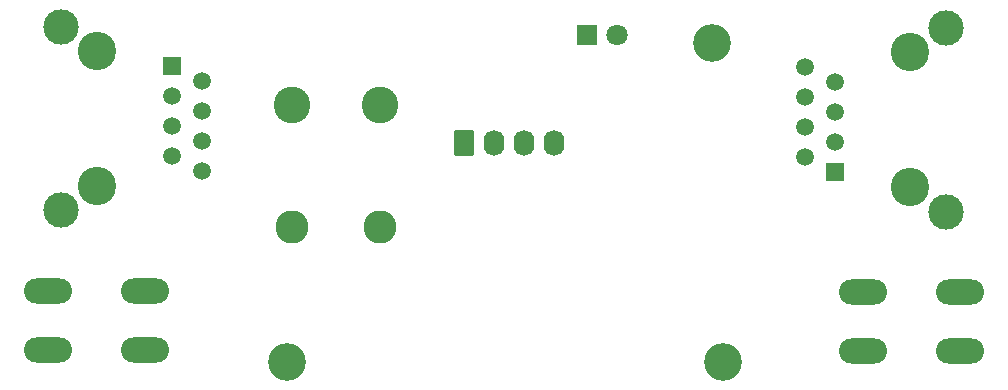
<source format=gbs>
G04 #@! TF.GenerationSoftware,KiCad,Pcbnew,8.0.0*
G04 #@! TF.CreationDate,2024-08-30T12:49:36-05:00*
G04 #@! TF.ProjectId,led_segment,6c65645f-7365-4676-9d65-6e742e6b6963,rev?*
G04 #@! TF.SameCoordinates,Original*
G04 #@! TF.FileFunction,Soldermask,Bot*
G04 #@! TF.FilePolarity,Negative*
%FSLAX46Y46*%
G04 Gerber Fmt 4.6, Leading zero omitted, Abs format (unit mm)*
G04 Created by KiCad (PCBNEW 8.0.0) date 2024-08-30 12:49:36*
%MOMM*%
%LPD*%
G01*
G04 APERTURE LIST*
G04 Aperture macros list*
%AMRoundRect*
0 Rectangle with rounded corners*
0 $1 Rounding radius*
0 $2 $3 $4 $5 $6 $7 $8 $9 X,Y pos of 4 corners*
0 Add a 4 corners polygon primitive as box body*
4,1,4,$2,$3,$4,$5,$6,$7,$8,$9,$2,$3,0*
0 Add four circle primitives for the rounded corners*
1,1,$1+$1,$2,$3*
1,1,$1+$1,$4,$5*
1,1,$1+$1,$6,$7*
1,1,$1+$1,$8,$9*
0 Add four rect primitives between the rounded corners*
20,1,$1+$1,$2,$3,$4,$5,0*
20,1,$1+$1,$4,$5,$6,$7,0*
20,1,$1+$1,$6,$7,$8,$9,0*
20,1,$1+$1,$8,$9,$2,$3,0*%
G04 Aperture macros list end*
%ADD10C,3.200000*%
%ADD11R,1.800000X1.800000*%
%ADD12C,1.800000*%
%ADD13C,2.804000*%
%ADD14C,3.104000*%
%ADD15O,4.064800X2.134400*%
%ADD16C,3.250000*%
%ADD17R,1.500000X1.500000*%
%ADD18C,1.500000*%
%ADD19C,3.000000*%
%ADD20RoundRect,0.250000X-0.620000X-0.845000X0.620000X-0.845000X0.620000X0.845000X-0.620000X0.845000X0*%
%ADD21O,1.740000X2.190000*%
G04 APERTURE END LIST*
D10*
X204100000Y-123300000D03*
X168100000Y-150300000D03*
X205000000Y-150300000D03*
D11*
X193525000Y-122600000D03*
D12*
X196065000Y-122600000D03*
D13*
X176024000Y-138881000D03*
D14*
X176024000Y-128581000D03*
D13*
X168524000Y-138881000D03*
D14*
X168524000Y-128581000D03*
D15*
X156090000Y-149276000D03*
X147890000Y-149276000D03*
X156090000Y-144276000D03*
X147890000Y-144276000D03*
D16*
X220900000Y-135530000D03*
X220900000Y-124100000D03*
D17*
X214550000Y-134260000D03*
D18*
X212010000Y-132990000D03*
X214550000Y-131720000D03*
X212010000Y-130450000D03*
X214550000Y-129180000D03*
X212010000Y-127910000D03*
X214550000Y-126640000D03*
X212010000Y-125370000D03*
D19*
X223950000Y-137585000D03*
X223950000Y-122045000D03*
D15*
X216882000Y-144349984D03*
X225082000Y-144349984D03*
X216882000Y-149349984D03*
X225082000Y-149349984D03*
D16*
X152000000Y-124000000D03*
X152000000Y-135430000D03*
D17*
X158350000Y-125270000D03*
D18*
X160890000Y-126540000D03*
X158350000Y-127810000D03*
X160890000Y-129080000D03*
X158350000Y-130350000D03*
X160890000Y-131620000D03*
X158350000Y-132890000D03*
X160890000Y-134160000D03*
D19*
X148950000Y-121945000D03*
X148950000Y-137485000D03*
D20*
X183134000Y-131776500D03*
D21*
X185674000Y-131776500D03*
X188214000Y-131776500D03*
X190754000Y-131776500D03*
M02*

</source>
